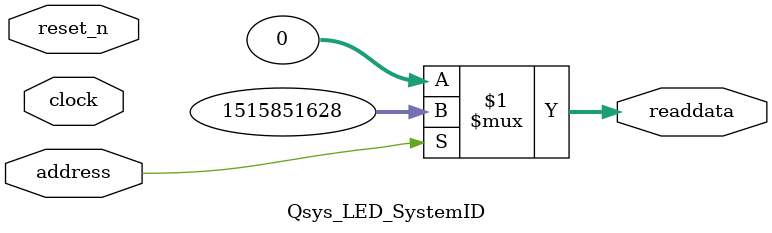
<source format=v>



// synthesis translate_off
`timescale 1ns / 1ps
// synthesis translate_on

// turn off superfluous verilog processor warnings 
// altera message_level Level1 
// altera message_off 10034 10035 10036 10037 10230 10240 10030 

module Qsys_LED_SystemID (
               // inputs:
                address,
                clock,
                reset_n,

               // outputs:
                readdata
             )
;

  output  [ 31: 0] readdata;
  input            address;
  input            clock;
  input            reset_n;

  wire    [ 31: 0] readdata;
  //control_slave, which is an e_avalon_slave
  assign readdata = address ? 1515851628 : 0;

endmodule



</source>
